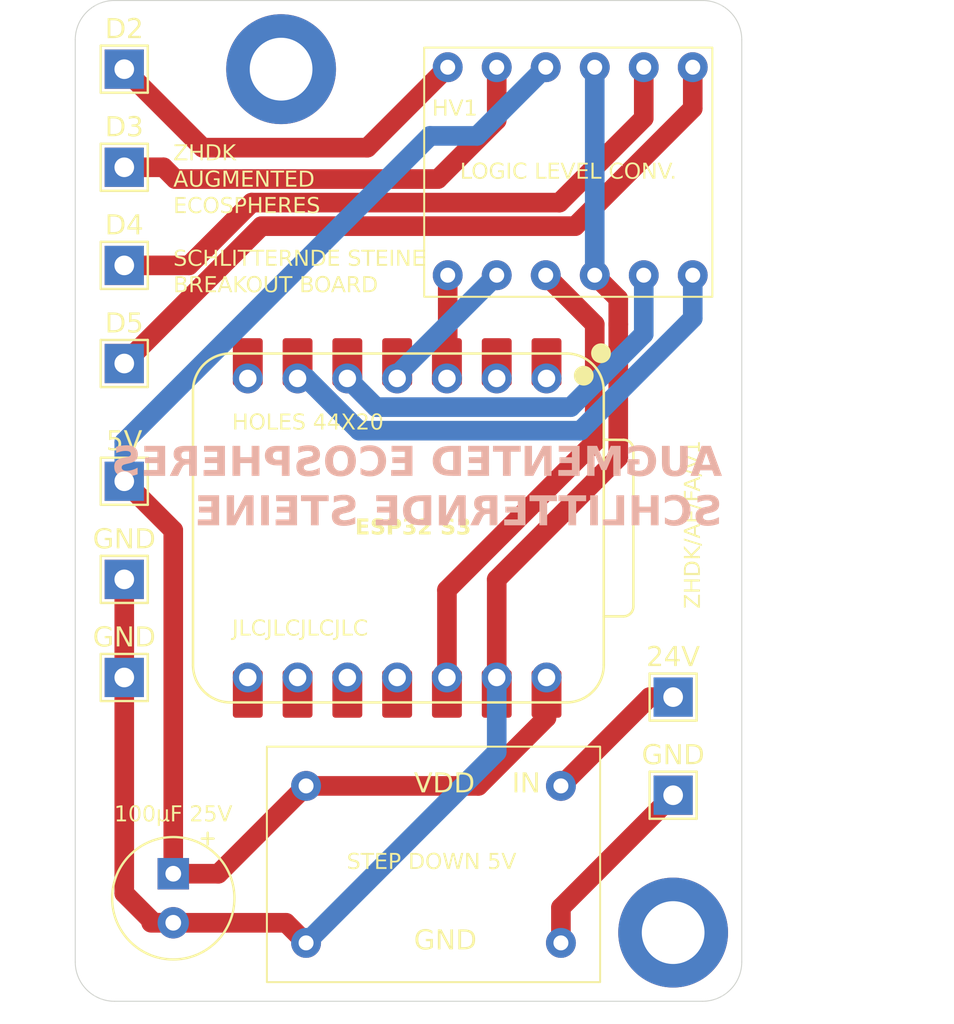
<source format=kicad_pcb>
(kicad_pcb (version 20240108) (generator "pcbnew") (generator_version "8.0")
  (layers (0 "F.Cu" signal) (31 "B.Cu" signal) (34 "B.Paste" user) (35 "F.Paste" user) (36 "B.SilkS" user "B.Silkscreen") (37 "F.SilkS" user "F.Silkscreen") (38 "B.Mask" user) (39 "F.Mask" user) (44 "Edge.Cuts" user))
  (net 0 "")
  (net 1 "VDD 5V")
  (net 2 "GND 5V")
  (net 3 "Net-(U2-HV1)")
  (net 4 "Net-(U2-HV2)")
  (net 5 "Net-(U2-HV3)")
  (net 6 "Net-(U2-HV4)")
  (net 7 "Net-(U1-GPIO9{slash}D5{slash}I2C_SCL)")
  (net 8 "Net-(U1-VCC_3V3)")
  (net 9 "Net-(U1-GPIO4{slash}D3{slash}A3)")
  (net 10 "Net-(U1-GPIO3{slash}D2{slash}A2)")
  (net 11 "Net-(U1-GPIO5{slash}D4{slash}I2C_SDA)")
  (net 12 "+24V")
  (net 13 "GND 24V")
  (footprint "TestPoint:TestPoint_THTPad_2.0x2.0mm_Drill1.0mm" (layer "F.Cu") (at 96 64)
    (property "Reference" "24V" (at 0 -1.998 180) (layer "F.SilkS"))
    (property "Value" "TestPoint")
    (fp_line (start -1.2 -1.2) (end 1.2 -1.2) (stroke (width 0.12)) (layer "F.SilkS"))
    (fp_line (start -1.2 1.2) (end -1.2 -1.2) (stroke (width 0.12)) (layer "F.SilkS"))
    (fp_line (start 1.2 -1.2) (end 1.2 1.2) (stroke (width 0.12)) (layer "F.SilkS"))
    (fp_line (start 1.2 1.2) (end -1.2 1.2) (stroke (width 0.12)) (layer "F.SilkS"))
    (pad "1" thru_hole rect (at 0 0) (size 2 2) (drill 1) (layers "*.Cu" "*.Mask") (net 12 "+24V"))
  )
  (footprint "TestPoint:TestPoint_THTPad_2.0x2.0mm_Drill1.0mm" (layer "F.Cu") (at 68 32)
    (property "Reference" "D2" (at 0 -1.998 0) (layer "F.SilkS"))
    (property "Value" "TestPoint")
    (fp_line (start -1.2 -1.2) (end 1.2 -1.2) (stroke (width 0.12)) (layer "F.SilkS"))
    (fp_line (start -1.2 1.2) (end -1.2 -1.2) (stroke (width 0.12)) (layer "F.SilkS"))
    (fp_line (start 1.2 -1.2) (end 1.2 1.2) (stroke (width 0.12)) (layer "F.SilkS"))
    (fp_line (start 1.2 1.2) (end -1.2 1.2) (stroke (width 0.12)) (layer "F.SilkS"))
    (pad "1" thru_hole rect (at 0 0) (size 2 2) (drill 1) (layers "*.Cu" "*.Mask") (net 3 "Net-(U2-HV1)"))
  )
  (footprint "TestPoint:TestPoint_THTPad_2.0x2.0mm_Drill1.0mm" (layer "F.Cu") (at 68 53)
    (property "Reference" "5V" (at 0 -1.998 0) (layer "F.SilkS"))
    (property "Value" "TestPoint")
    (fp_line (start -1.2 -1.2) (end 1.2 -1.2) (stroke (width 0.12)) (layer "F.SilkS"))
    (fp_line (start -1.2 1.2) (end -1.2 -1.2) (stroke (width 0.12)) (layer "F.SilkS"))
    (fp_line (start 1.2 -1.2) (end 1.2 1.2) (stroke (width 0.12)) (layer "F.SilkS"))
    (fp_line (start 1.2 1.2) (end -1.2 1.2) (stroke (width 0.12)) (layer "F.SilkS"))
    (pad "1" thru_hole rect (at 0 0) (size 2 2) (drill 1) (layers "*.Cu" "*.Mask") (net 1 "VDD 5V"))
  )
  (footprint "Custom:LogicLevelShifter" (layer "F.Cu") (at 84.5 31.9)
    (property "Reference" "LOGIC LEVEL CONV." (at 6.15 5.35 0) (layer "F.SilkS") (effects (font (size 0.8 0.8) (thickness 0.1))))
    (property "Value" "~")
    (fp_rect (start -1.2 -1) (end 13.5 11.7) (stroke (width 0.1)) (fill none) (layer "F.SilkS"))
    (fp_text user "HV1" (at -0.8 2.6 0) (layer "F.SilkS") (effects (font (size 0.8 0.8) (thickness 0.1)) (justify left bottom)))
    (pad "1" thru_hole circle (at 0 0) (size 1.524 1.524) (drill 0.762) (layers "*.Cu" "*.Mask") (net 3 "Net-(U2-HV1)"))
    (pad "2" thru_hole circle (at 2.5 0) (size 1.524 1.524) (drill 0.762) (layers "*.Cu" "*.Mask") (net 4 "Net-(U2-HV2)"))
    (pad "3" thru_hole circle (at 5 0) (size 1.524 1.524) (drill 0.762) (layers "*.Cu" "*.Mask") (net 1 "VDD 5V"))
    (pad "4" thru_hole circle (at 7.5 0) (size 1.524 1.524) (drill 0.762) (layers "*.Cu" "*.Mask") (net 2 "GND 5V"))
    (pad "5" thru_hole circle (at 10 0) (size 1.524 1.524) (drill 0.762) (layers "*.Cu" "*.Mask") (net 5 "Net-(U2-HV3)"))
    (pad "6" thru_hole circle (at 12.5 0) (size 1.524 1.524) (drill 0.762) (layers "*.Cu" "*.Mask") (net 6 "Net-(U2-HV4)"))
    (pad "7" thru_hole circle (at 0 10.6) (size 1.524 1.524) (drill 0.762) (layers "*.Cu" "*.Mask") (net 10 "Net-(U1-GPIO3{slash}D2{slash}A2)"))
    (pad "8" thru_hole circle (at 2.5 10.6) (size 1.524 1.524) (drill 0.762) (layers "*.Cu" "*.Mask") (net 9 "Net-(U1-GPIO4{slash}D3{slash}A3)"))
    (pad "9" thru_hole circle (at 5 10.6) (size 1.524 1.524) (drill 0.762) (layers "*.Cu" "*.Mask") (net 8 "Net-(U1-VCC_3V3)"))
    (pad "10" thru_hole circle (at 7.5 10.6) (size 1.524 1.524) (drill 0.762) (layers "*.Cu" "*.Mask") (net 2 "GND 5V"))
    (pad "11" thru_hole circle (at 10 10.6) (size 1.524 1.524) (drill 0.762) (layers "*.Cu" "*.Mask") (net 11 "Net-(U1-GPIO5{slash}D4{slash}I2C_SDA)"))
    (pad "12" thru_hole circle (at 12.5 10.6) (size 1.524 1.524) (drill 0.762) (layers "*.Cu" "*.Mask") (net 7 "Net-(U1-GPIO9{slash}D5{slash}I2C_SCL)"))
  )
  (footprint "TestPoint:TestPoint_THTPad_2.0x2.0mm_Drill1.0mm" (layer "F.Cu") (at 96 69)
    (property "Reference" "GND" (at 0 -1.998 0) (layer "F.SilkS"))
    (property "Value" "TestPoint")
    (fp_line (start -1.2 -1.2) (end 1.2 -1.2) (stroke (width 0.12)) (layer "F.SilkS"))
    (fp_line (start -1.2 1.2) (end -1.2 -1.2) (stroke (width 0.12)) (layer "F.SilkS"))
    (fp_line (start 1.2 -1.2) (end 1.2 1.2) (stroke (width 0.12)) (layer "F.SilkS"))
    (fp_line (start 1.2 1.2) (end -1.2 1.2) (stroke (width 0.12)) (layer "F.SilkS"))
    (pad "1" thru_hole rect (at 0 0) (size 2 2) (drill 1) (layers "*.Cu" "*.Mask") (net 13 "GND 24V"))
  )
  (footprint "Seeed Studio XIAO Series Library:XIAO-ESP32S3-DIP" (layer "F.Cu") (at 81.92 55.38 -90)
    (property "Reference" "ESP32 S3" (at 0 -0.8185 0) (layer "F.SilkS") (effects (font (size 0.8 0.8) (thickness 0.2) (bold yes))))
    (property "Value" "XIAO-ESP32-S3-DIP")
    (fp_line (start -6.985 10.414) (end 6.985 10.414) (stroke (width 0.127)) (layer "F.SilkS"))
    (fp_line (start -8.89 8.509) (end -8.89 -8.636) (stroke (width 0.127)) (layer "F.SilkS"))
    (fp_line (start 8.89 8.509) (end 8.89 -8.636) (stroke (width 0.127)) (layer "F.SilkS"))
    (fp_line (start -4.495 -10.541) (end -4.491272 -11.551272) (stroke (width 0.127)) (layer "F.SilkS"))
    (fp_line (start 6.985 -10.541) (end -6.985 -10.541) (stroke (width 0.1)) (layer "F.SilkS"))
    (fp_line (start 6.985 -10.541) (end -6.985 -10.541) (stroke (width 0.127)) (layer "F.SilkS"))
    (fp_line (start 4.504 -11.551) (end 4.504 -10.541) (stroke (width 0.127)) (layer "F.SilkS"))
    (fp_line (start -3.991272 -12.051) (end 4.004 -12.051) (stroke (width 0.127)) (layer "F.SilkS"))
    (fp_arc (start -6.985 10.414) (mid -8.332038 9.856038) (end -8.89 8.509) (stroke (width 0.127)) (layer "F.SilkS"))
    (fp_arc (start 8.89 8.509) (mid 8.332038 9.856038) (end 6.985 10.414) (stroke (width 0.127)) (layer "F.SilkS"))
    (fp_arc (start -8.89 -8.636) (mid -8.332038 -9.983038) (end -6.985 -10.541) (stroke (width 0.127)) (layer "F.SilkS"))
    (fp_arc (start 6.985 -10.541) (mid 8.332038 -9.983038) (end 8.89 -8.636) (stroke (width 0.127)) (layer "F.SilkS"))
    (fp_arc (start -4.491272 -11.551272) (mid -4.344724 -11.904644) (end -3.991272 -12.051) (stroke (width 0.127)) (layer "F.SilkS"))
    (fp_arc (start 4.004 -12.051) (mid 4.357553 -11.904553) (end 4.504 -11.551) (stroke (width 0.127)) (layer "F.SilkS"))
    (fp_circle (center -7.761 -9.52) (end -7.761 -9.774) (stroke (width 0.5)) (fill solid) (layer "F.SilkS"))
    (fp_circle (center -8.904 -10.4) (end -8.904 -10.654) (stroke (width 0.5)) (fill solid) (layer "F.SilkS"))
    (pad "1" smd roundrect (at -8.455 -7.62 90) (size 2.432 1.524) (layers "F.Cu" "F.Mask") (roundrect_rratio 0.1))
    (pad "1" thru_hole circle (at -7.62 -7.62 90) (size 1.524 1.524) (drill 0.889) (layers "*.Cu" "*.Mask"))
    (pad "2" smd roundrect (at -8.455 -5.08 90) (size 2.432 1.524) (layers "F.Cu" "F.Mask") (roundrect_rratio 0.1))
    (pad "2" thru_hole circle (at -7.62 -5.08 90) (size 1.524 1.524) (drill 0.889) (layers "*.Cu" "*.Mask"))
    (pad "3" smd roundrect (at -8.455 -2.54 90) (size 2.432 1.524) (layers "F.Cu" "F.Mask") (roundrect_rratio 0.1) (net 10 "Net-(U1-GPIO3{slash}D2{slash}A2)"))
    (pad "3" thru_hole circle (at -7.62 -2.54 90) (size 1.524 1.524) (drill 0.889) (layers "*.Cu" "*.Mask") (net 10 "Net-(U1-GPIO3{slash}D2{slash}A2)"))
    (pad "4" smd roundrect (at -8.455 0 90) (size 2.432 1.524) (layers "F.Cu" "F.Mask") (roundrect_rratio 0.1) (net 9 "Net-(U1-GPIO4{slash}D3{slash}A3)"))
    (pad "4" thru_hole circle (at -7.62 0 90) (size 1.524 1.524) (drill 0.889) (layers "*.Cu" "*.Mask") (net 9 "Net-(U1-GPIO4{slash}D3{slash}A3)"))
    (pad "5" smd roundrect (at -8.455 2.54 90) (size 2.432 1.524) (layers "F.Cu" "F.Mask") (roundrect_rratio 0.1) (net 11 "Net-(U1-GPIO5{slash}D4{slash}I2C_SDA)"))
    (pad "5" thru_hole circle (at -7.62 2.54 90) (size 1.524 1.524) (drill 0.889) (layers "*.Cu" "*.Mask") (net 11 "Net-(U1-GPIO5{slash}D4{slash}I2C_SDA)"))
    (pad "6" smd roundrect (at -8.455 5.08 90) (size 2.432 1.524) (layers "F.Cu" "F.Mask") (roundrect_rratio 0.1) (net 7 "Net-(U1-GPIO9{slash}D5{slash}I2C_SCL)"))
    (pad "6" thru_hole circle (at -7.62 5.08 90) (size 1.524 1.524) (drill 0.889) (layers "*.Cu" "*.Mask") (net 7 "Net-(U1-GPIO9{slash}D5{slash}I2C_SCL)"))
    (pad "7" smd roundrect (at -8.455 7.62 90) (size 2.432 1.524) (layers "F.Cu" "F.Mask") (roundrect_rratio 0.1))
    (pad "7" thru_hole circle (at -7.62 7.62 90) (size 1.524 1.524) (drill 0.889) (layers "*.Cu" "*.Mask"))
    (pad "8" thru_hole circle (at 7.62 7.62 270) (size 1.524 1.524) (drill 0.889) (layers "*.Cu" "*.Mask"))
    (pad "8" smd roundrect (at 8.455 7.62 270) (size 2.432 1.524) (layers "F.Cu" "F.Mask") (roundrect_rratio 0.1))
    (pad "9" thru_hole circle (at 7.62 5.08 270) (size 1.524 1.524) (drill 0.889) (layers "*.Cu" "*.Mask"))
    (pad "9" smd roundrect (at 8.455 5.08 270) (size 2.432 1.524) (layers "F.Cu" "F.Mask") (roundrect_rratio 0.1))
    (pad "10" thru_hole circle (at 7.62 2.54 270) (size 1.524 1.524) (drill 0.889) (layers "*.Cu" "*.Mask"))
    (pad "10" smd roundrect (at 8.455 2.54 270) (size 2.432 1.524) (layers "F.Cu" "F.Mask") (roundrect_rratio 0.1))
    (pad "11" thru_hole circle (at 7.62 0 270) (size 1.524 1.524) (drill 0.889) (layers "*.Cu" "*.Mask"))
    (pad "11" smd roundrect (at 8.455 0 270) (size 2.432 1.524) (layers "F.Cu" "F.Mask") (roundrect_rratio 0.1))
    (pad "12" thru_hole circle (at 7.62 -2.54 270) (size 1.524 1.524) (drill 0.889) (layers "*.Cu" "*.Mask") (net 8 "Net-(U1-VCC_3V3)"))
    (pad "12" smd roundrect (at 8.455 -2.54 270) (size 2.432 1.524) (layers "F.Cu" "F.Mask") (roundrect_rratio 0.1) (net 8 "Net-(U1-VCC_3V3)"))
    (pad "13" thru_hole circle (at 7.62 -5.08 270) (size 1.524 1.524) (drill 0.889) (layers "*.Cu" "*.Mask") (net 2 "GND 5V"))
    (pad "13" smd roundrect (at 8.455 -5.08 270) (size 2.432 1.524) (layers "F.Cu" "F.Mask") (roundrect_rratio 0.1) (net 2 "GND 5V"))
    (pad "14" thru_hole circle (at 7.62 -7.62 270) (size 1.524 1.524) (drill 0.889) (layers "*.Cu" "*.Mask") (net 1 "VDD 5V"))
    (pad "14" smd roundrect (at 8.455 -7.62 270) (size 2.432 1.524) (layers "F.Cu" "F.Mask") (roundrect_rratio 0.1) (net 1 "VDD 5V"))
  )
  (footprint "TestPoint:TestPoint_THTPad_2.0x2.0mm_Drill1.0mm" (layer "F.Cu") (at 68 37)
    (property "Reference" "D3" (at 0 -1.998 0) (layer "F.SilkS"))
    (property "Value" "TestPoint")
    (fp_line (start -1.2 -1.2) (end 1.2 -1.2) (stroke (width 0.12)) (layer "F.SilkS"))
    (fp_line (start -1.2 1.2) (end -1.2 -1.2) (stroke (width 0.12)) (layer "F.SilkS"))
    (fp_line (start 1.2 -1.2) (end 1.2 1.2) (stroke (width 0.12)) (layer "F.SilkS"))
    (fp_line (start 1.2 1.2) (end -1.2 1.2) (stroke (width 0.12)) (layer "F.SilkS"))
    (pad "1" thru_hole rect (at 0 0) (size 2 2) (drill 1) (layers "*.Cu" "*.Mask") (net 4 "Net-(U2-HV2)"))
  )
  (footprint "TestPoint:TestPoint_THTPad_2.0x2.0mm_Drill1.0mm" (layer "F.Cu") (at 68 42)
    (property "Reference" "D4" (at 0 -1.998 0) (layer "F.SilkS"))
    (property "Value" "TestPoint")
    (fp_line (start -1.2 -1.2) (end 1.2 -1.2) (stroke (width 0.12)) (layer "F.SilkS"))
    (fp_line (start -1.2 1.2) (end -1.2 -1.2) (stroke (width 0.12)) (layer "F.SilkS"))
    (fp_line (start 1.2 -1.2) (end 1.2 1.2) (stroke (width 0.12)) (layer "F.SilkS"))
    (fp_line (start 1.2 1.2) (end -1.2 1.2) (stroke (width 0.12)) (layer "F.SilkS"))
    (pad "1" thru_hole rect (at 0 0) (size 2 2) (drill 1) (layers "*.Cu" "*.Mask") (net 5 "Net-(U2-HV3)"))
  )
  (footprint "Custom:StepDown5V" (layer "F.Cu") (at 75.275 66.525)
    (property "Reference" "STEP DOWN 5V" (at 8.4 5.9 0) (layer "F.SilkS") (effects (font (size 0.8 0.8) (thickness 0.1))))
    (property "Value" "~")
    (fp_rect (start 0 0) (end 17 12) (stroke (width 0.1)) (fill none) (layer "F.SilkS"))
    (fp_text user "IN" (at 12.5 2.5 0) (layer "F.SilkS") (effects (font (thickness 0.1)) (justify left bottom)))
    (fp_text user "VDD" (at 7.5 2.5 0) (layer "F.SilkS") (effects (font (thickness 0.1)) (justify left bottom)))
    (fp_text user "GND" (at 7.5 10.5 0) (layer "F.SilkS") (effects (font (thickness 0.1)) (justify left bottom)))
    (pad "1" thru_hole circle (at 15 2) (size 1.524 1.524) (drill 0.762) (layers "*.Cu" "*.Mask") (net 12 "+24V"))
    (pad "2" thru_hole circle (at 15 10) (size 1.524 1.524) (drill 0.762) (layers "*.Cu" "*.Mask") (net 13 "GND 24V"))
    (pad "3" thru_hole circle (at 2 2) (size 1.524 1.524) (drill 0.762) (layers "*.Cu" "*.Mask") (net 1 "VDD 5V"))
    (pad "4" thru_hole circle (at 2 10) (size 1.524 1.524) (drill 0.762) (layers "*.Cu" "*.Mask") (net 2 "GND 5V"))
  )
  (footprint "TestPoint:TestPoint_THTPad_2.0x2.0mm_Drill1.0mm" (layer "F.Cu") (at 68 58)
    (property "Reference" "GND" (at 0 -1.998 0) (layer "F.SilkS"))
    (property "Value" "TestPoint")
    (fp_line (start -1.2 -1.2) (end 1.2 -1.2) (stroke (width 0.12)) (layer "F.SilkS"))
    (fp_line (start -1.2 1.2) (end -1.2 -1.2) (stroke (width 0.12)) (layer "F.SilkS"))
    (fp_line (start 1.2 -1.2) (end 1.2 1.2) (stroke (width 0.12)) (layer "F.SilkS"))
    (fp_line (start 1.2 1.2) (end -1.2 1.2) (stroke (width 0.12)) (layer "F.SilkS"))
    (pad "1" thru_hole rect (at 0 0) (size 2 2) (drill 1) (layers "*.Cu" "*.Mask") (net 2 "GND 5V"))
  )
  (footprint "TestPoint:TestPoint_THTPad_2.0x2.0mm_Drill1.0mm" (layer "F.Cu") (at 68 63)
    (property "Reference" "GND" (at 0 -1.998 0) (layer "F.SilkS"))
    (property "Value" "TestPoint")
    (fp_line (start -1.2 -1.2) (end 1.2 -1.2) (stroke (width 0.12)) (layer "F.SilkS"))
    (fp_line (start -1.2 1.2) (end -1.2 -1.2) (stroke (width 0.12)) (layer "F.SilkS"))
    (fp_line (start 1.2 -1.2) (end 1.2 1.2) (stroke (width 0.12)) (layer "F.SilkS"))
    (fp_line (start 1.2 1.2) (end -1.2 1.2) (stroke (width 0.12)) (layer "F.SilkS"))
    (pad "1" thru_hole rect (at 0 0) (size 2 2) (drill 1) (layers "*.Cu" "*.Mask") (net 2 "GND 5V"))
  )
  (footprint "MountingHole:MountingHole_3.2mm_M3_DIN965_Pad" (layer "F.Cu") (at 76 32)
    (property "Reference" "REF**" (hide yes))
    (property "Value" "MountingHole_3.2mm_M3_DIN965_Pad")
    (pad "1" thru_hole circle (at 0 0) (size 5.6 5.6) (drill 3.2) (layers "*.Cu" "*.Mask"))
  )
  (footprint "MountingHole:MountingHole_3.2mm_M3_DIN965_Pad" (layer "F.Cu") (at 96 76)
    (property "Reference" "REF**" (hide yes))
    (property "Value" "MountingHole_3.2mm_M3_DIN965_Pad")
    (pad "1" thru_hole circle (at 0 0) (size 5.6 5.6) (drill 3.2) (layers "*.Cu" "*.Mask"))
  )
  (footprint "TestPoint:TestPoint_THTPad_2.0x2.0mm_Drill1.0mm" (layer "F.Cu") (at 68 47)
    (property "Reference" "D5" (at 0 -1.998 0) (layer "F.SilkS"))
    (property "Value" "TestPoint")
    (fp_line (start -1.2 -1.2) (end 1.2 -1.2) (stroke (width 0.12)) (layer "F.SilkS"))
    (fp_line (start -1.2 1.2) (end -1.2 -1.2) (stroke (width 0.12)) (layer "F.SilkS"))
    (fp_line (start 1.2 -1.2) (end 1.2 1.2) (stroke (width 0.12)) (layer "F.SilkS"))
    (fp_line (start 1.2 1.2) (end -1.2 1.2) (stroke (width 0.12)) (layer "F.SilkS"))
    (pad "1" thru_hole rect (at 0 0) (size 2 2) (drill 1) (layers "*.Cu" "*.Mask") (net 6 "Net-(U2-HV4)"))
  )
  (footprint "Capacitor_THT:CP_Radial_Tantal_D6.0mm_P2.50mm" (layer "F.Cu") (at 70.5 73 -90)
    (property "Reference" "100µF 25V" (at -3 0 180) (layer "F.SilkS") (effects (font (size 0.8 0.8) (thickness 0.1))))
    (property "Value" "C_Polarized")
    (fp_line (start -2.089749 -1.755) (end -1.489749 -1.755) (stroke (width 0.12)) (layer "F.SilkS"))
    (fp_line (start -1.789749 -2.055) (end -1.789749 -1.455) (stroke (width 0.12)) (layer "F.SilkS"))
    (fp_circle (center 1.25 0) (end 4.37 0) (stroke (width 0.12)) (fill none) (layer "F.SilkS"))
    (pad "1" thru_hole rect (at 0 0 270) (size 1.6 1.6) (drill 0.8) (layers "*.Cu" "*.Mask") (net 1 "VDD 5V"))
    (pad "2" thru_hole circle (at 2.5 0 270) (size 1.6 1.6) (drill 0.8) (layers "*.Cu" "*.Mask") (net 2 "GND 5V"))
  )
  (gr_line (start 65.5 30.5) (end 65.5 77.5) (stroke (width 0.05)) (layer "Edge.Cuts"))
  (gr_line (start 67.5 79.5) (end 97.5 79.5) (stroke (width 0.05)) (layer "Edge.Cuts"))
  (gr_arc (start 97.5 28.5) (mid 98.914214 29.085786) (end 99.5 30.5) (stroke (width 0.05)) (layer "Edge.Cuts"))
  (gr_arc (start 67.5 79.5) (mid 66.085786 78.914214) (end 65.5 77.5) (stroke (width 0.05)) (layer "Edge.Cuts"))
  (gr_arc (start 65.5 30.5) (mid 66.085786 29.085786) (end 67.5 28.5) (stroke (width 0.05)) (layer "Edge.Cuts"))
  (gr_arc (start 99.5 77.5) (mid 98.914214 78.914214) (end 97.5 79.5) (stroke (width 0.05)) (layer "Edge.Cuts"))
  (gr_line (start 97.5 28.5) (end 67.5 28.5) (stroke (width 0.05)) (layer "Edge.Cuts"))
  (gr_line (start 99.5 77.5) (end 99.5 30.5) (stroke (width 0.05)) (layer "Edge.Cuts"))
  (gr_text "AUGMENTED ECOSPHERES\nSCHLITTERNDE STEINE" (at 98.5 55.5 0) (layer "B.SilkS") (effects (font (size 1.5 1.5) (thickness 0.3) (bold yes)) (justify left bottom mirror)))
  (gr_text "ZHDK\nAUGMENTED \nECOSPHERES\n\nSCHLITTERNDE STEINE\nBREAKOUT BOARD" (at 70.5 43.5 0) (layer "F.SilkS") (effects (font (size 0.8 0.8) (thickness 0.1)) (justify left bottom)))
  (gr_text "JLCJLCJLCJLC" (at 73.5 61 0) (layer "F.SilkS") (effects (font (size 0.8 0.8) (thickness 0.1)) (justify left bottom)))
  (gr_text "HOLES 44X20" (at 73.5 50.5 0) (layer "F.SilkS") (effects (font (size 0.8 0.8) (thickness 0.1)) (justify left bottom)))
  (gr_text "ZHDK/AE/FA/V1" (at 97.5 59.5 90) (layer "F.SilkS") (effects (font (size 0.8 0.8)) (justify left bottom)))
  (segment (start 86.066 68.525) (end 89.54 65.051) (width 1) (layer "F.Cu") (net 1))
  (segment (start 68 53) (end 70.5 55.5) (width 1) (layer "F.Cu") (net 1))
  (segment (start 70.5 73) (end 71 73) (width 0.2) (layer "F.Cu") (net 1))
  (segment (start 70.5 55.5) (end 70.5 73) (width 1) (layer "F.Cu") (net 1))
  (segment (start 70.5 73) (end 72.8 73) (width 1) (layer "F.Cu") (net 1))
  (segment (start 89.54 64.07763) (end 89.54 63) (width 0.2) (layer "F.Cu") (net 1))
  (segment (start 72.8 73) (end 77.275 68.525) (width 1) (layer "F.Cu") (net 1))
  (segment (start 77.275 68.525) (end 86.066 68.525) (width 1) (layer "F.Cu") (net 1))
  (segment (start 89.54 65.051) (end 89.54 63) (width 1) (layer "F.Cu") (net 1))
  (segment (start 68 51) (end 68 53) (width 1) (layer "B.Cu") (net 1))
  (segment (start 89.5 31.9) (end 86 35.4) (width 1) (layer "B.Cu") (net 1))
  (segment (start 83.6 35.4) (end 68 51) (width 1) (layer "B.Cu") (net 1))
  (segment (start 86 35.4) (end 83.6 35.4) (width 1) (layer "B.Cu") (net 1))
  (segment (start 68 58) (end 68 63) (width 1) (layer "F.Cu") (net 2))
  (segment (start 92 42.5) (end 93.2 43.7) (width 1) (layer "F.Cu") (net 2))
  (segment (start 93.2 43.7) (end 93.2 45) (width 1) (layer "F.Cu") (net 2))
  (segment (start 68 63) (end 68 74) (width 1) (layer "F.Cu") (net 2))
  (segment (start 70.5 75.5) (end 76.25 75.5) (width 1) (layer "F.Cu") (net 2))
  (segment (start 87 58) (end 87 63) (width 1) (layer "F.Cu") (net 2))
  (segment (start 68 74) (end 69.5 75.5) (width 1) (layer "F.Cu") (net 2))
  (segment (start 93.2 45) (end 93.2 51.8) (width 1) (layer "F.Cu") (net 2))
  (segment (start 69.5 75.5) (end 70.5 75.5) (width 1) (layer "F.Cu") (net 2))
  (segment (start 69.36863 75.5) (end 70.5 75.5) (width 1) (layer "F.Cu") (net 2))
  (segment (start 76.25 75.5) (end 77.275 76.525) (width 1) (layer "F.Cu") (net 2))
  (segment (start 93.2 51.8) (end 87 58) (width 1) (layer "F.Cu") (net 2))
  (segment (start 87 66.8) (end 77.275 76.525) (width 1) (layer "B.Cu") (net 2))
  (segment (start 87 63) (end 87 66.8) (width 1) (layer "B.Cu") (net 2))
  (segment (start 92 42.5) (end 92 31.9) (width 1) (layer "B.Cu") (net 2))
  (segment (start 72 36) (end 80.4 36) (width 1) (layer "F.Cu") (net 3))
  (segment (start 68 32) (end 72 36) (width 1) (layer "F.Cu") (net 3))
  (segment (start 80.4 36) (end 84.5 31.9) (width 1) (layer "F.Cu") (net 3))
  (segment (start 87 34.6) (end 87 31.9) (width 1) (layer "F.Cu") (net 4))
  (segment (start 68 37) (end 70 37) (width 1) (layer "F.Cu") (net 4))
  (segment (start 70 37) (end 70.6 37.6) (width 1) (layer "F.Cu") (net 4))
  (segment (start 84 37.6) (end 87 34.6) (width 1) (layer "F.Cu") (net 4))
  (segment (start 70.6 37.6) (end 84 37.6) (width 1) (layer "F.Cu") (net 4))
  (segment (start 74.502944 38.8) (end 90.2 38.8) (width 1) (layer "F.Cu") (net 5))
  (segment (start 68 42) (end 71.302944 42) (width 1) (layer "F.Cu") (net 5))
  (segment (start 71.302944 42) (end 74.502944 38.8) (width 1) (layer "F.Cu") (net 5))
  (segment (start 90.2 38.8) (end 94.5 34.5) (width 1) (layer "F.Cu") (net 5))
  (segment (start 94.5 34.5) (end 94.5 31.9) (width 1) (layer "F.Cu") (net 5))
  (segment (start 75 40) (end 91 40) (width 1) (layer "F.Cu") (net 6))
  (segment (start 97 34) (end 97 31.9) (width 1) (layer "F.Cu") (net 6))
  (segment (start 91 40) (end 97 34) (width 1) (layer "F.Cu") (net 6))
  (segment (start 68 47) (end 75 40) (width 1) (layer "F.Cu") (net 6))
  (segment (start 76.84 47.76) (end 77.312419 47.76) (width 1) (layer "B.Cu") (net 7))
  (segment (start 77.312419 47.76) (end 79.974419 50.422) (width 1) (layer "B.Cu") (net 7))
  (segment (start 79.974419 50.422) (end 91.275056 50.422) (width 1) (layer "B.Cu") (net 7))
  (segment (start 91.275056 50.422) (end 97 44.697056) (width 1) (layer "B.Cu") (net 7))
  (segment (start 97 44.697056) (end 97 42.5) (width 1) (layer "B.Cu") (net 7))
  (segment (start 89.5 42.5) (end 92 45) (width 1) (layer "F.Cu") (net 8))
  (segment (start 84.46 58.54) (end 84.46 63) (width 1) (layer "F.Cu") (net 8))
  (segment (start 92 51) (end 84.46 58.54) (width 1) (layer "F.Cu") (net 8))
  (segment (start 92 45) (end 92 51) (width 1) (layer "F.Cu") (net 8))
  (segment (start 81.92 47.76) (end 81.92 47.58) (width 1) (layer "B.Cu") (net 9))
  (segment (start 81.92 47.58) (end 87 42.5) (width 1) (layer "B.Cu") (net 9))
  (segment (start 84.5 42.5) (end 84.5 47.72) (width 1) (layer "F.Cu") (net 10))
  (segment (start 84.5 47.72) (end 84.46 47.76) (width 1) (layer "F.Cu") (net 10))
  (segment (start 80.842 49.222) (end 90.778 49.222) (width 1) (layer "B.Cu") (net 11))
  (segment (start 90.778 49.222) (end 94.5 45.5) (width 1) (layer "B.Cu") (net 11))
  (segment (start 79.38 47.76) (end 80.842 49.222) (width 1) (layer "B.Cu") (net 11))
  (segment (start 94.5 45.5) (end 94.5 42.5) (width 1) (layer "B.Cu") (net 11))
  (segment (start 96 64) (end 94.8 64) (width 1) (layer "F.Cu") (net 12))
  (segment (start 94.8 64) (end 90.275 68.525) (width 1) (layer "F.Cu") (net 12))
  (segment (start 90.275 76.525) (end 90.275 74.725) (width 1) (layer "F.Cu") (net 13))
  (segment (start 90.275 74.725) (end 96 69) (width 1) (layer "F.Cu") (net 13))
)
</source>
